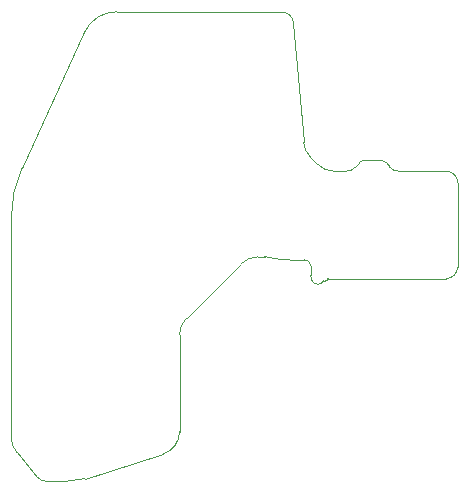
<source format=gbr>
%TF.GenerationSoftware,KiCad,Pcbnew,8.0.0-rc1-4-g5bc78f7d9f*%
%TF.CreationDate,2024-02-10T18:12:35-05:00*%
%TF.ProjectId,cafeFlex,63616665-466c-4657-982e-6b696361645f,3*%
%TF.SameCoordinates,Original*%
%TF.FileFunction,Profile,NP*%
%FSLAX46Y46*%
G04 Gerber Fmt 4.6, Leading zero omitted, Abs format (unit mm)*
G04 Created by KiCad (PCBNEW 8.0.0-rc1-4-g5bc78f7d9f) date 2024-02-10 18:12:35*
%MOMM*%
%LPD*%
G01*
G04 APERTURE LIST*
%TA.AperFunction,Profile*%
%ADD10C,0.010000*%
%TD*%
G04 APERTURE END LIST*
D10*
X208002264Y-79307523D02*
G75*
G02*
X207939804Y-78959627I937236J347823D01*
G01*
X202064585Y-77999201D02*
G75*
G02*
X203474064Y-77418111I1409415J-1418699D01*
G01*
X182589797Y-74103596D02*
X182589797Y-92694033D01*
X211728382Y-69824893D02*
G75*
G02*
X210974324Y-70168108I-754082J656793D01*
G01*
X196839797Y-92217931D02*
G75*
G02*
X195435260Y-94127197I-1999997J31D01*
G01*
X208501386Y-69566249D02*
X207901345Y-68952468D01*
X182589797Y-74103596D02*
G75*
G02*
X183501507Y-69931921I9999503J96D01*
G01*
X197430318Y-82602596D02*
X202064585Y-77999201D01*
X205482345Y-56687886D02*
G75*
G02*
X206477312Y-57603086I-1445J-1000014D01*
G01*
X209033092Y-79447078D02*
G75*
G02*
X208578364Y-79739249I-454792J207878D01*
G01*
X212079991Y-69421196D02*
G75*
G02*
X212457031Y-69249574I377109J-328504D01*
G01*
X215384616Y-70168133D02*
G75*
G02*
X214630506Y-69824917I-16J1000033D01*
G01*
X219398478Y-70168133D02*
G75*
G02*
X220398466Y-71169205I22J-999967D01*
G01*
X207338679Y-67723952D02*
X206477329Y-57603085D01*
X208002264Y-79307523D02*
X208066022Y-79447024D01*
X220390868Y-78269243D02*
X220398477Y-71169205D01*
X183053355Y-93974402D02*
G75*
G02*
X182589818Y-92694033I1536345J1280302D01*
G01*
X209033092Y-79447078D02*
X209367274Y-79291822D01*
X205482345Y-56687886D02*
X191513697Y-56668133D01*
X207901345Y-68952468D02*
G75*
G02*
X207338716Y-67723949I1430155J1398068D01*
G01*
X185558172Y-96418133D02*
G75*
G02*
X184789927Y-96058337I-72J999933D01*
G01*
X209367274Y-79291823D02*
G75*
G02*
X209472598Y-79268557I105326J-226777D01*
G01*
X219398478Y-70168133D02*
X215384616Y-70168133D01*
X214630524Y-69824902D02*
X214278925Y-69421202D01*
X210974324Y-70168110D02*
X209931516Y-70168133D01*
X212079991Y-69421196D02*
X211728382Y-69824893D01*
X188787208Y-58416630D02*
X183501502Y-69931919D01*
X196839797Y-84021528D02*
G75*
G02*
X197430303Y-82602581I2000003J28D01*
G01*
X220390867Y-78269243D02*
G75*
G02*
X219390906Y-79268168I-999967J1043D01*
G01*
X206187819Y-77668133D02*
G75*
G02*
X205415935Y-77608194I-19J4999833D01*
G01*
X185558172Y-96418133D02*
X187328188Y-96418133D01*
X208520777Y-79739183D02*
G75*
G02*
X208065997Y-79447035I23J500083D01*
G01*
X208520777Y-79739183D02*
X208578364Y-79739183D01*
X213901879Y-69249587D02*
G75*
G02*
X214278940Y-69421189I21J-500013D01*
G01*
X206187819Y-77668133D02*
X207439797Y-77668133D01*
X188787208Y-58416630D02*
G75*
G02*
X191513697Y-56668111I2726492J-1251470D01*
G01*
X183053355Y-93974402D02*
X184789951Y-96058317D01*
X207939797Y-78168133D02*
X207939797Y-78959627D01*
X188816869Y-96191378D02*
G75*
G02*
X187328188Y-96418132I-1488669J4773278D01*
G01*
X209931516Y-70168133D02*
G75*
G02*
X208501371Y-69566264I-16J2000033D01*
G01*
X204352996Y-77442109D02*
X205415935Y-77608193D01*
X212457031Y-69249587D02*
X213901879Y-69249587D01*
X203474064Y-77418133D02*
X204044242Y-77418133D01*
X196839797Y-92217931D02*
X196839797Y-84021528D01*
X209472598Y-79268548D02*
X219390906Y-79268171D01*
X207439797Y-77668133D02*
G75*
G02*
X207939767Y-78168133I3J-499967D01*
G01*
X204044242Y-77418133D02*
G75*
G02*
X204352995Y-77442116I-42J-1999967D01*
G01*
X188816867Y-96191375D02*
X195435269Y-94127227D01*
M02*

</source>
